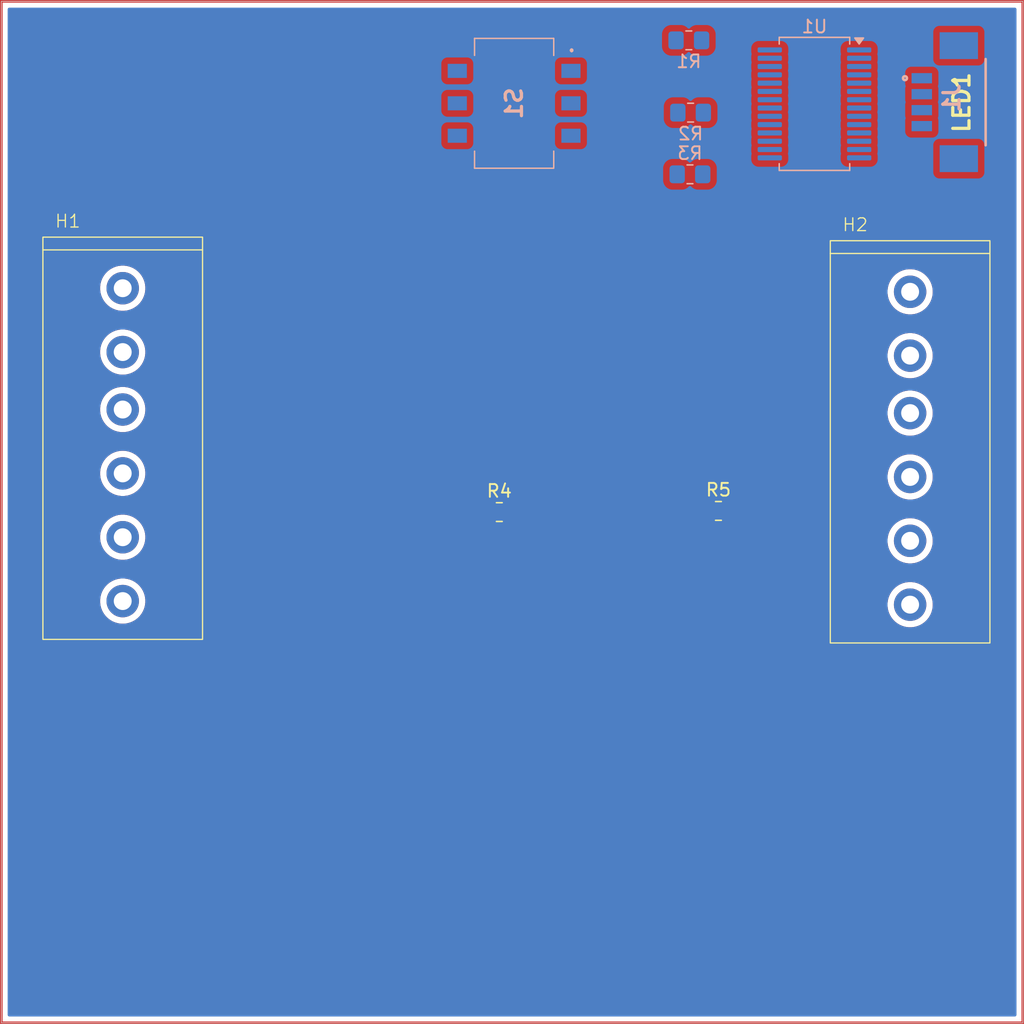
<source format=kicad_pcb>
(kicad_pcb (version 20241229) (generator "pcbnew") (generator_version "9.0")
  (layers (0 "F.Cu" signal) (2 "B.Cu" signal) (13 "F.Paste" user) (15 "B.Paste" user) (5 "F.SilkS" user "F.Silkscreen") (7 "B.SilkS" user "B.Silkscreen") (1 "F.Mask" user) (3 "B.Mask" user) (25 "Edge.Cuts" user))
  (net 0 "")
  (net 1 "/W6")
  (net 2 "/W4")
  (net 3 "/W1")
  (net 4 "/W2")
  (net 5 "/W3")
  (net 6 "/W5")
  (net 7 "GND")
  (net 8 "+5V")
  (net 9 "Net-(U1-SDA)")
  (net 10 "Net-(U1-SCK)")
  (net 11 "Net-(LED1-A_2)")
  (net 12 "Net-(LED1-A_1)")
  (net 13 "Net-(S1-NO_1)")
  (net 14 "Net-(S1-NO_2)")
  (net 15 "Net-(S1-NO_3)")
  (net 16 "Net-(U1-GPA7)")
  (net 17 "Net-(U1-GPA6)")
  (footprint "Resistor_SMD:R_0805_2012Metric_Pad1.20x1.40mm_HandSolder" (layer "F.Cu") (at 59 60)
    (property "Reference" "R4" (at 0 -1.65 0) (layer "F.SilkS"))
    (property "Value" "150")
    (fp_line (start -0.227064 -0.735) (end 0.227064 -0.735) (stroke (width 0.12)) (layer "F.SilkS"))
    (fp_line (start -0.227064 0.735) (end 0.227064 0.735) (stroke (width 0.12)) (layer "F.SilkS"))
    (pad "1" smd roundrect (at -1 0) (size 1.2 1.4) (layers "F.Cu" "F.Mask" "F.Paste") (roundrect_rratio 0.208333) (net 16 "Net-(U1-GPA7)"))
    (pad "2" smd roundrect (at 1 0) (size 1.2 1.4) (layers "F.Cu" "F.Mask" "F.Paste") (roundrect_rratio 0.208333) (net 11 "Net-(LED1-A_2)"))
  )
  (footprint "modules:KF211V-5.0" (layer "F.Cu") (at 91.17 54.5)
    (property "Reference" "H2" (at -4.3 -17 0) (layer "F.SilkS") (effects (font (thickness 0.1))))
    (property "Value" "~")
    (fp_line (start -6.25 -14.75) (end 6.25 -14.75) (stroke (width 0.1)) (layer "F.SilkS"))
    (fp_rect (start -6.25 15.75) (end 6.25 -15.75) (stroke (width 0.1)) (fill no) (layer "F.SilkS"))
    (pad "1" thru_hole circle (at 0 12.75) (size 2.54 2.54) (drill 1.4) (layers "*.Cu" "*.Mask") (net 7 "GND"))
    (pad "2" thru_hole circle (at 0 7.75) (size 2.54 2.54) (drill 1.4) (layers "*.Cu" "*.Mask") (net 7 "GND"))
    (pad "3" thru_hole circle (at 0 2.75) (size 2.54 2.54) (drill 1.4) (layers "*.Cu" "*.Mask") (net 7 "GND"))
    (pad "4" thru_hole circle (at 0 -2.25) (size 2.54 2.54) (drill 1.4) (layers "*.Cu" "*.Mask") (net 7 "GND"))
    (pad "5" thru_hole circle (at 0 -6.75) (size 2.54 2.54) (drill 1.4) (layers "*.Cu" "*.Mask") (net 7 "GND"))
    (pad "6" thru_hole circle (at 0 -11.75) (size 2.54 2.54) (drill 1.4) (layers "*.Cu" "*.Mask") (net 7 "GND"))
  )
  (footprint "modules:LED GreenRed APHBM2012SURKCGKC" (layer "F.Cu") (at 95.205 28.2 90)
    (property "Reference" "LED1" (at 0.275 0 90) (layer "F.SilkS") (effects (font (size 1.27 1.27) (thickness 0.254))))
    (property "Value" "APHBM2012SURKCGKC" (hide yes))
    (fp_line (start 2 -0.6) (end 2 -0.6) (stroke (width 0.3)) (layer "F.SilkS"))
    (fp_line (start 2 -0.5) (end 2 -0.5) (stroke (width 0.3)) (layer "F.SilkS"))
    (fp_arc (start 2 -0.6) (mid 2.05 -0.55) (end 2 -0.5) (stroke (width 0.3)) (layer "F.SilkS"))
    (fp_arc (start 2 -0.5) (mid 1.95 -0.55) (end 2 -0.6) (stroke (width 0.3)) (layer "F.SilkS"))
    (pad "1" smd rect (at 0.9 -0.475 180) (size 0.6 1.2) (layers "F.Cu" "F.Mask" "F.Paste") (net 12 "Net-(LED1-A_1)"))
    (pad "2" smd rect (at -0.9 -0.475 180) (size 0.6 1.2) (layers "F.Cu" "F.Mask" "F.Paste") (net 7 "GND"))
    (pad "3" smd rect (at -0.9 0.475 180) (size 0.6 1.2) (layers "F.Cu" "F.Mask" "F.Paste") (net 7 "GND"))
    (pad "4" smd rect (at 0.9 0.475 180) (size 0.6 1.2) (layers "F.Cu" "F.Mask" "F.Paste") (net 11 "Net-(LED1-A_2)"))
  )
  (footprint "Resistor_SMD:R_0805_2012Metric_Pad1.20x1.40mm_HandSolder" (layer "F.Cu") (at 76.16 59.91)
    (property "Reference" "R5" (at 0 -1.65 0) (layer "F.SilkS"))
    (property "Value" "150")
    (fp_line (start -0.227064 -0.735) (end 0.227064 -0.735) (stroke (width 0.12)) (layer "F.SilkS"))
    (fp_line (start -0.227064 0.735) (end 0.227064 0.735) (stroke (width 0.12)) (layer "F.SilkS"))
    (pad "1" smd roundrect (at -1 0) (size 1.2 1.4) (layers "F.Cu" "F.Mask" "F.Paste") (roundrect_rratio 0.208333) (net 17 "Net-(U1-GPA6)"))
    (pad "2" smd roundrect (at 1 0) (size 1.2 1.4) (layers "F.Cu" "F.Mask" "F.Paste") (roundrect_rratio 0.208333) (net 12 "Net-(LED1-A_1)"))
  )
  (footprint "modules:KF211V-5.0" (layer "F.Cu") (at 29.51 54.22)
    (property "Reference" "H1" (at -4.3 -17 0) (layer "F.SilkS") (effects (font (thickness 0.1))))
    (property "Value" "~")
    (fp_line (start -6.25 -14.75) (end 6.25 -14.75) (stroke (width 0.1)) (layer "F.SilkS"))
    (fp_rect (start -6.25 15.75) (end 6.25 -15.75) (stroke (width 0.1)) (fill no) (layer "F.SilkS"))
    (pad "1" thru_hole circle (at 0 12.75) (size 2.54 2.54) (drill 1.4) (layers "*.Cu" "*.Mask") (net 3 "/W1"))
    (pad "2" thru_hole circle (at 0 7.75) (size 2.54 2.54) (drill 1.4) (layers "*.Cu" "*.Mask") (net 4 "/W2"))
    (pad "3" thru_hole circle (at 0 2.75) (size 2.54 2.54) (drill 1.4) (layers "*.Cu" "*.Mask") (net 5 "/W3"))
    (pad "4" thru_hole circle (at 0 -2.25) (size 2.54 2.54) (drill 1.4) (layers "*.Cu" "*.Mask") (net 2 "/W4"))
    (pad "5" thru_hole circle (at 0 -6.75) (size 2.54 2.54) (drill 1.4) (layers "*.Cu" "*.Mask") (net 6 "/W5"))
    (pad "6" thru_hole circle (at 0 -11.75) (size 2.54 2.54) (drill 1.4) (layers "*.Cu" "*.Mask") (net 1 "/W6"))
  )
  (footprint "modules:PicoBlade 4pin 53261-0471" (layer "B.Cu") (at 92.884 27.9 -90)
    (property "Reference" "J1" (at -0.324 -1.541 90) (layer "B.SilkS") (effects (font (size 1.27 1.27) (thickness 0.254)) (justify mirror)))
    (property "Value" "53261-0471" (hide yes))
    (fp_line (start -3.375 -4.2) (end 3.375 -4.2) (stroke (width 0.2)) (layer "B.SilkS"))
    (fp_circle (center -1.879 2.116) (end -1.879 2.064) (stroke (width 0.2)) (fill no) (layer "B.SilkS"))
    (pad "1" smd rect (at -1.875 0.8 270) (size 0.8 1.6) (layers "B.Cu" "B.Mask" "B.Paste") (net 8 "+5V"))
    (pad "2" smd rect (at -0.625 0.8 270) (size 0.8 1.6) (layers "B.Cu" "B.Mask" "B.Paste") (net 7 "GND"))
    (pad "3" smd rect (at 0.625 0.8 270) (size 0.8 1.6) (layers "B.Cu" "B.Mask" "B.Paste") (net 9 "Net-(U1-SDA)"))
    (pad "4" smd rect (at 1.875 0.8 270) (size 0.8 1.6) (layers "B.Cu" "B.Mask" "B.Paste") (net 10 "Net-(U1-SCK)"))
    (pad "5" smd rect (at 4.425 -2.1 270) (size 2.1 3) (layers "B.Cu" "B.Mask" "B.Paste"))
    (pad "6" smd rect (at -4.425 -2.1 270) (size 2.1 3) (layers "B.Cu" "B.Mask" "B.Paste"))
  )
  (footprint "Package_SO:SSOP-28_5.3x10.2mm_P0.65mm" (layer "B.Cu") (at 83.68 28.035 180)
    (property "Reference" "U1" (at 0 6.05 0) (layer "B.SilkS") (effects (justify mirror)))
    (property "Value" "MCP23017_SS")
    (fp_line (start 2.76 5.21) (end 2.76 4.685) (stroke (width 0.12)) (layer "B.SilkS"))
    (fp_line (start 2.76 -4.685) (end 2.76 -5.21) (stroke (width 0.12)) (layer "B.SilkS"))
    (fp_line (start 2.76 -5.21) (end -2.76 -5.21) (stroke (width 0.12)) (layer "B.SilkS"))
    (fp_line (start -2.76 5.21) (end 2.76 5.21) (stroke (width 0.12)) (layer "B.SilkS"))
    (fp_line (start -2.76 4.685) (end -2.76 5.21) (stroke (width 0.12)) (layer "B.SilkS"))
    (fp_line (start -2.76 -5.21) (end -2.76 -4.685) (stroke (width 0.12)) (layer "B.SilkS"))
    (fp_poly (pts (xy -3.5 4.69) (xy -3.84 5.16) (xy -3.16 5.16)) (stroke (width 0.12)) (fill yes) (layer "B.SilkS"))
    (pad "1" smd roundrect (at -3.5 4.225 180) (size 1.9 0.4) (layers "B.Cu" "B.Mask" "B.Paste"))
    (pad "2" smd roundrect (at -3.5 3.575 180) (size 1.9 0.4) (layers "B.Cu" "B.Mask" "B.Paste"))
    (pad "3" smd roundrect (at -3.5 2.925 180) (size 1.9 0.4) (layers "B.Cu" "B.Mask" "B.Paste"))
    (pad "4" smd roundrect (at -3.5 2.275 180) (size 1.9 0.4) (layers "B.Cu" "B.Mask" "B.Paste"))
    (pad "5" smd roundrect (at -3.5 1.625 180) (size 1.9 0.4) (layers "B.Cu" "B.Mask" "B.Paste"))
    (pad "6" smd roundrect (at -3.5 0.975 180) (size 1.9 0.4) (layers "B.Cu" "B.Mask" "B.Paste"))
    (pad "7" smd roundrect (at -3.5 0.325 180) (size 1.9 0.4) (layers "B.Cu" "B.Mask" "B.Paste"))
    (pad "8" smd roundrect (at -3.5 -0.325 180) (size 1.9 0.4) (layers "B.Cu" "B.Mask" "B.Paste"))
    (pad "9" smd roundrect (at -3.5 -0.975 180) (size 1.9 0.4) (layers "B.Cu" "B.Mask" "B.Paste") (net 8 "+5V"))
    (pad "10" smd roundrect (at -3.5 -1.625 180) (size 1.9 0.4) (layers "B.Cu" "B.Mask" "B.Paste") (net 7 "GND"))
    (pad "11" smd roundrect (at -3.5 -2.275 180) (size 1.9 0.4) (layers "B.Cu" "B.Mask" "B.Paste"))
    (pad "12" smd roundrect (at -3.5 -2.925 180) (size 1.9 0.4) (layers "B.Cu" "B.Mask" "B.Paste") (net 10 "Net-(U1-SCK)"))
    (pad "13" smd roundrect (at -3.5 -3.575 180) (size 1.9 0.4) (layers "B.Cu" "B.Mask" "B.Paste") (net 9 "Net-(U1-SDA)"))
    (pad "14" smd roundrect (at -3.5 -4.225 180) (size 1.9 0.4) (layers "B.Cu" "B.Mask" "B.Paste"))
    (pad "15" smd roundrect (at 3.5 -4.225 180) (size 1.9 0.4) (layers "B.Cu" "B.Mask" "B.Paste") (net 15 "Net-(S1-NO_3)"))
    (pad "16" smd roundrect (at 3.5 -3.575 180) (size 1.9 0.4) (layers "B.Cu" "B.Mask" "B.Paste") (net 14 "Net-(S1-NO_2)"))
    (pad "17" smd roundrect (at 3.5 -2.925 180) (size 1.9 0.4) (layers "B.Cu" "B.Mask" "B.Paste") (net 13 "Net-(S1-NO_1)"))
    (pad "18" smd roundrect (at 3.5 -2.275 180) (size 1.9 0.4) (layers "B.Cu" "B.Mask" "B.Paste"))
    (pad "19" smd roundrect (at 3.5 -1.625 180) (size 1.9 0.4) (layers "B.Cu" "B.Mask" "B.Paste"))
    (pad "20" smd roundrect (at 3.5 -0.975 180) (size 1.9 0.4) (layers "B.Cu" "B.Mask" "B.Paste"))
    (pad "21" smd roundrect (at 3.5 -0.325 180) (size 1.9 0.4) (layers "B.Cu" "B.Mask" "B.Paste") (net 3 "/W1"))
    (pad "22" smd roundrect (at 3.5 0.325 180) (size 1.9 0.4) (layers "B.Cu" "B.Mask" "B.Paste") (net 4 "/W2"))
    (pad "23" smd roundrect (at 3.5 0.975 180) (size 1.9 0.4) (layers "B.Cu" "B.Mask" "B.Paste") (net 5 "/W3"))
    (pad "24" smd roundrect (at 3.5 1.625 180) (size 1.9 0.4) (layers "B.Cu" "B.Mask" "B.Paste") (net 2 "/W4"))
    (pad "25" smd roundrect (at 3.5 2.275 180) (size 1.9 0.4) (layers "B.Cu" "B.Mask" "B.Paste") (net 6 "/W5"))
    (pad "26" smd roundrect (at 3.5 2.925 180) (size 1.9 0.4) (layers "B.Cu" "B.Mask" "B.Paste") (net 1 "/W6"))
    (pad "27" smd roundrect (at 3.5 3.575 180) (size 1.9 0.4) (layers "B.Cu" "B.Mask" "B.Paste") (net 17 "Net-(U1-GPA6)"))
    (pad "28" smd roundrect (at 3.5 4.225 180) (size 1.9 0.4) (layers "B.Cu" "B.Mask" "B.Paste") (net 16 "Net-(U1-GPA7)"))
  )
  (footprint "Resistor_SMD:R_0805_2012Metric_Pad1.20x1.40mm_HandSolder" (layer "B.Cu") (at 73.84 23.06)
    (property "Reference" "R1" (at 0 1.65 0) (layer "B.SilkS") (effects (justify mirror)))
    (property "Value" "10k")
    (fp_line (start -0.227064 -0.735) (end 0.227064 -0.735) (stroke (width 0.12)) (layer "B.SilkS"))
    (fp_line (start -0.227064 0.735) (end 0.227064 0.735) (stroke (width 0.12)) (layer "B.SilkS"))
    (pad "1" smd roundrect (at -1 0) (size 1.2 1.4) (layers "B.Cu" "B.Mask" "B.Paste") (roundrect_rratio 0.208333) (net 8 "+5V"))
    (pad "2" smd roundrect (at 1 0) (size 1.2 1.4) (layers "B.Cu" "B.Mask" "B.Paste") (roundrect_rratio 0.208333) (net 13 "Net-(S1-NO_1)"))
  )
  (footprint "Resistor_SMD:R_0805_2012Metric_Pad1.20x1.40mm_HandSolder" (layer "B.Cu") (at 73.98 28.72)
    (property "Reference" "R2" (at 0 1.65 0) (layer "B.SilkS") (effects (justify mirror)))
    (property "Value" "10k")
    (fp_line (start -0.227064 -0.735) (end 0.227064 -0.735) (stroke (width 0.12)) (layer "B.SilkS"))
    (fp_line (start -0.227064 0.735) (end 0.227064 0.735) (stroke (width 0.12)) (layer "B.SilkS"))
    (pad "1" smd roundrect (at -1 0) (size 1.2 1.4) (layers "B.Cu" "B.Mask" "B.Paste") (roundrect_rratio 0.208333) (net 8 "+5V"))
    (pad "2" smd roundrect (at 1 0) (size 1.2 1.4) (layers "B.Cu" "B.Mask" "B.Paste") (roundrect_rratio 0.208333) (net 14 "Net-(S1-NO_2)"))
  )
  (footprint "modules:DS04254203BKSMT" (layer "B.Cu") (at 60.16 27.99 -90)
    (property "Reference" "S1" (at 0 0 90) (layer "B.SilkS") (effects (font (size 1.27 1.27) (thickness 0.254)) (justify mirror)))
    (property "Value" "DS04-254-2-03BK-SMT" (hide yes))
    (fp_line (start -5.08 3.1) (end -5.08 3.1) (stroke (width 0.1)) (layer "B.SilkS"))
    (fp_line (start -5.08 3.1) (end -5.08 3.1) (stroke (width 0.1)) (layer "B.SilkS"))
    (fp_line (start -5.08 3.1) (end -3.75 3.1) (stroke (width 0.1)) (layer "B.SilkS"))
    (fp_line (start -5.08 3.1) (end -5.08 -3.1) (stroke (width 0.1)) (layer "B.SilkS"))
    (fp_line (start -3.75 3.1) (end -5.08 3.1) (stroke (width 0.1)) (layer "B.SilkS"))
    (fp_line (start -3.75 3.1) (end -3.75 3.1) (stroke (width 0.1)) (layer "B.SilkS"))
    (fp_line (start 3.75 3.1) (end 3.75 3.1) (stroke (width 0.1)) (layer "B.SilkS"))
    (fp_line (start 3.75 3.1) (end 5.08 3.1) (stroke (width 0.1)) (layer "B.SilkS"))
    (fp_line (start 5.08 3.1) (end 3.75 3.1) (stroke (width 0.1)) (layer "B.SilkS"))
    (fp_line (start 5.08 3.1) (end 5.08 3.1) (stroke (width 0.1)) (layer "B.SilkS"))
    (fp_line (start 5.08 3.1) (end 5.08 3.1) (stroke (width 0.1)) (layer "B.SilkS"))
    (fp_line (start 5.08 3.1) (end 5.08 -3.1) (stroke (width 0.1)) (layer "B.SilkS"))
    (fp_line (start -5.08 -3.1) (end -5.08 3.1) (stroke (width 0.1)) (layer "B.SilkS"))
    (fp_line (start -5.08 -3.1) (end -5.08 -3.1) (stroke (width 0.1)) (layer "B.SilkS"))
    (fp_line (start -5.08 -3.1) (end -5.08 -3.1) (stroke (width 0.1)) (layer "B.SilkS"))
    (fp_line (start -5.08 -3.1) (end -3.75 -3.1) (stroke (width 0.1)) (layer "B.SilkS"))
    (fp_line (start -3.75 -3.1) (end -5.08 -3.1) (stroke (width 0.1)) (layer "B.SilkS"))
    (fp_line (start -3.75 -3.1) (end -3.75 -3.1) (stroke (width 0.1)) (layer "B.SilkS"))
    (fp_line (start 3.75 -3.1) (end 3.75 -3.1) (stroke (width 0.1)) (layer "B.SilkS"))
    (fp_line (start 3.75 -3.1) (end 5 -3.1) (stroke (width 0.1)) (layer "B.SilkS"))
    (fp_line (start 5 -3.1) (end 3.75 -3.1) (stroke (width 0.1)) (layer "B.SilkS"))
    (fp_line (start 5 -3.1) (end 5 -3.1) (stroke (width 0.1)) (layer "B.SilkS"))
    (fp_line (start 5.08 -3.1) (end 5.08 3.1) (stroke (width 0.1)) (layer "B.SilkS"))
    (fp_line (start 5.08 -3.1) (end 5.08 -3.1) (stroke (width 0.1)) (layer "B.SilkS"))
    (fp_line (start -4.2 -4.5) (end -4.2 -4.5) (stroke (width 0.2)) (layer "B.SilkS"))
    (fp_line (start -4.2 -4.5) (end -4.2 -4.5) (stroke (width 0.2)) (layer "B.SilkS"))
    (fp_line (start -4.1 -4.5) (end -4.1 -4.5) (stroke (width 0.2)) (layer "B.SilkS"))
    (fp_arc (start -4.2 -4.5) (mid -4.15 -4.55) (end -4.1 -4.5) (stroke (width 0.2)) (layer "B.SilkS"))
    (fp_arc (start -4.2 -4.5) (mid -4.15 -4.55) (end -4.1 -4.5) (stroke (width 0.2)) (layer "B.SilkS"))
    (fp_arc (start -4.1 -4.5) (mid -4.15 -4.45) (end -4.2 -4.5) (stroke (width 0.2)) (layer "B.SilkS"))
    (pad "1" smd rect (at -2.54 -4.45 270) (size 1.1 1.5) (layers "B.Cu" "B.Mask" "B.Paste") (net 7 "GND"))
    (pad "2" smd rect (at -2.54 4.45 270) (size 1.1 1.5) (layers "B.Cu" "B.Mask" "B.Paste") (net 13 "Net-(S1-NO_1)"))
    (pad "3" smd rect (at 0 -4.45 270) (size 1.1 1.5) (layers "B.Cu" "B.Mask" "B.Paste") (net 7 "GND"))
    (pad "4" smd rect (at 0 4.45 270) (size 1.1 1.5) (layers "B.Cu" "B.Mask" "B.Paste") (net 14 "Net-(S1-NO_2)"))
    (pad "5" smd rect (at 2.54 -4.45 270) (size 1.1 1.5) (layers "B.Cu" "B.Mask" "B.Paste") (net 7 "GND"))
    (pad "6" smd rect (at 2.54 4.45 270) (size 1.1 1.5) (layers "B.Cu" "B.Mask" "B.Paste") (net 15 "Net-(S1-NO_3)"))
  )
  (footprint "Resistor_SMD:R_0805_2012Metric_Pad1.20x1.40mm_HandSolder" (layer "B.Cu") (at 73.93 33.55 180)
    (property "Reference" "R3" (at 0 1.65 0) (layer "B.SilkS") (effects (justify mirror)))
    (property "Value" "10k")
    (fp_line (start -0.227064 0.735) (end 0.227064 0.735) (stroke (width 0.12)) (layer "B.SilkS"))
    (fp_line (start -0.227064 -0.735) (end 0.227064 -0.735) (stroke (width 0.12)) (layer "B.SilkS"))
    (pad "1" smd roundrect (at -1 0 180) (size 1.2 1.4) (layers "B.Cu" "B.Mask" "B.Paste") (roundrect_rratio 0.208333) (net 8 "+5V"))
    (pad "2" smd roundrect (at 1 0 180) (size 1.2 1.4) (layers "B.Cu" "B.Mask" "B.Paste") (roundrect_rratio 0.208333) (net 15 "Net-(S1-NO_3)"))
  )
  (gr_rect (start 20 20) (end 100 100) (stroke (width 0.2)) (fill no) (layer "F.Cu"))
  (gr_rect (start 20 20) (end 100 100) (stroke (width 0.2)) (fill no) (layer "F.Cu"))
  (gr_rect (start 20 20) (end 100 100) (stroke (width 0.05)) (fill no) (layer "Edge.Cuts"))
  (gr_text "Edge.Cuts" (at 45.66 35.53 0) (layer "F.Cu") (effects (font (size 1.27 1.27))))
  (zone (net 0) (net_name "") (layer "F.Cu") (priority 1) (connect_pads (clearance 0.5)) (min_thickness 0.25) (fill yes (thermal_gap 0.5) (thermal_bridge_width 0.5) (island_removal_mode 1) (island_area_min 10))
    (polygon (pts (xy 20 20) (xy 20 100) (xy 100 100) (xy 100 20)))
  )
  (zone (net 0) (net_name "") (layer "B.Cu") (connect_pads (clearance 0.5)) (min_thickness 0.25) (fill yes (thermal_gap 0.5) (thermal_bridge_width 0.5) (island_removal_mode 1) (island_area_min 10))
    (polygon (pts (xy 20 20) (xy 100 20) (xy 100 100) (xy 20 100)))
  )
)
</source>
